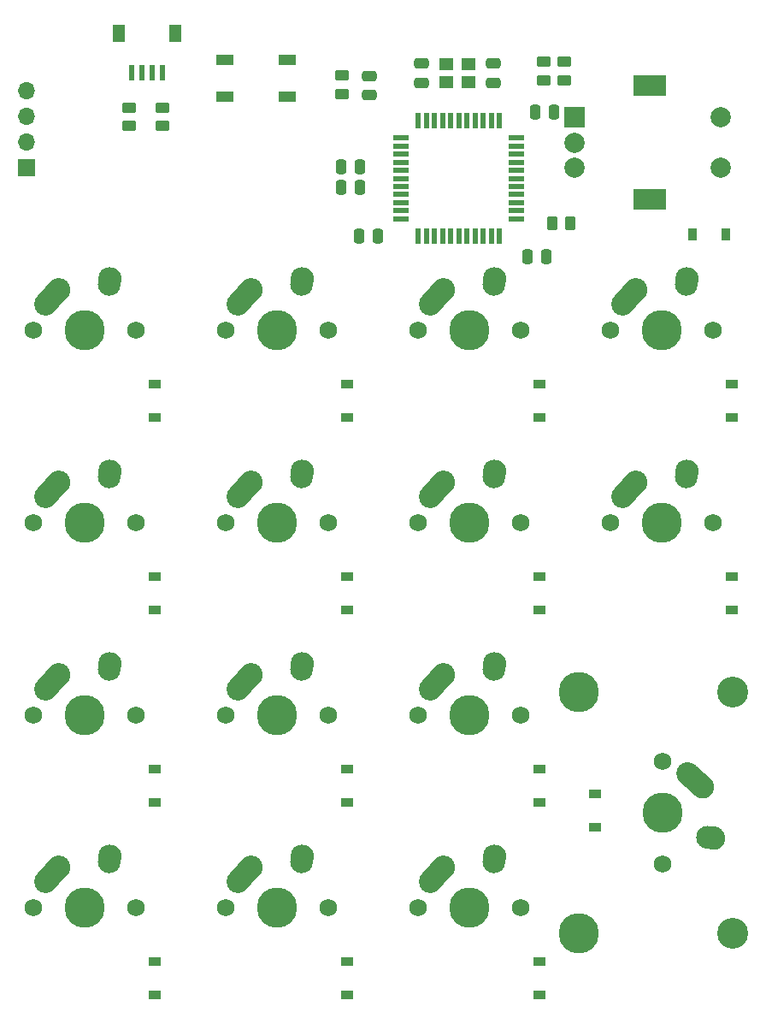
<source format=gbr>
%TF.GenerationSoftware,KiCad,Pcbnew,(6.0.10)*%
%TF.CreationDate,2023-08-07T13:11:34-04:00*%
%TF.ProjectId,NugMacro-Keypad,4e75674d-6163-4726-9f2d-4b6579706164,V3*%
%TF.SameCoordinates,Original*%
%TF.FileFunction,Soldermask,Bot*%
%TF.FilePolarity,Negative*%
%FSLAX46Y46*%
G04 Gerber Fmt 4.6, Leading zero omitted, Abs format (unit mm)*
G04 Created by KiCad (PCBNEW (6.0.10)) date 2023-08-07 13:11:34*
%MOMM*%
%LPD*%
G01*
G04 APERTURE LIST*
G04 Aperture macros list*
%AMRoundRect*
0 Rectangle with rounded corners*
0 $1 Rounding radius*
0 $2 $3 $4 $5 $6 $7 $8 $9 X,Y pos of 4 corners*
0 Add a 4 corners polygon primitive as box body*
4,1,4,$2,$3,$4,$5,$6,$7,$8,$9,$2,$3,0*
0 Add four circle primitives for the rounded corners*
1,1,$1+$1,$2,$3*
1,1,$1+$1,$4,$5*
1,1,$1+$1,$6,$7*
1,1,$1+$1,$8,$9*
0 Add four rect primitives between the rounded corners*
20,1,$1+$1,$2,$3,$4,$5,0*
20,1,$1+$1,$4,$5,$6,$7,0*
20,1,$1+$1,$6,$7,$8,$9,0*
20,1,$1+$1,$8,$9,$2,$3,0*%
%AMHorizOval*
0 Thick line with rounded ends*
0 $1 width*
0 $2 $3 position (X,Y) of the first rounded end (center of the circle)*
0 $4 $5 position (X,Y) of the second rounded end (center of the circle)*
0 Add line between two ends*
20,1,$1,$2,$3,$4,$5,0*
0 Add two circle primitives to create the rounded ends*
1,1,$1,$2,$3*
1,1,$1,$4,$5*%
G04 Aperture macros list end*
%ADD10C,3.987800*%
%ADD11C,1.750000*%
%ADD12HorizOval,2.250000X0.655001X0.730000X-0.655001X-0.730000X0*%
%ADD13C,2.250000*%
%ADD14HorizOval,2.250000X0.020000X0.290000X-0.020000X-0.290000X0*%
%ADD15R,2.000000X2.000000*%
%ADD16C,2.000000*%
%ADD17R,3.200000X2.000000*%
%ADD18C,3.048000*%
%ADD19HorizOval,2.250000X0.730000X-0.655001X-0.730000X0.655001X0*%
%ADD20HorizOval,2.250000X0.290000X-0.020000X-0.290000X0.020000X0*%
%ADD21R,1.700000X1.700000*%
%ADD22O,1.700000X1.700000*%
%ADD23RoundRect,0.250000X0.450000X-0.262500X0.450000X0.262500X-0.450000X0.262500X-0.450000X-0.262500X0*%
%ADD24R,1.200000X0.900000*%
%ADD25RoundRect,0.250000X0.475000X-0.250000X0.475000X0.250000X-0.475000X0.250000X-0.475000X-0.250000X0*%
%ADD26R,1.500000X0.550000*%
%ADD27R,0.550000X1.500000*%
%ADD28RoundRect,0.250000X0.262500X0.450000X-0.262500X0.450000X-0.262500X-0.450000X0.262500X-0.450000X0*%
%ADD29R,0.900000X1.200000*%
%ADD30R,1.200000X1.800000*%
%ADD31R,0.600000X1.550000*%
%ADD32RoundRect,0.250000X0.250000X0.475000X-0.250000X0.475000X-0.250000X-0.475000X0.250000X-0.475000X0*%
%ADD33RoundRect,0.250000X-0.450000X0.262500X-0.450000X-0.262500X0.450000X-0.262500X0.450000X0.262500X0*%
%ADD34R,1.800000X1.100000*%
%ADD35R,1.400000X1.200000*%
%ADD36RoundRect,0.250000X-0.475000X0.250000X-0.475000X-0.250000X0.475000X-0.250000X0.475000X0.250000X0*%
%ADD37RoundRect,0.250000X-0.250000X-0.475000X0.250000X-0.475000X0.250000X0.475000X-0.250000X0.475000X0*%
G04 APERTURE END LIST*
D10*
%TO.C,MX14*%
X171054435Y-92696400D03*
D11*
X176134435Y-92696400D03*
X165974435Y-92696400D03*
D12*
X167899436Y-89426400D03*
D13*
X168554435Y-88696400D03*
X173594435Y-87616400D03*
D14*
X173574435Y-87906400D03*
%TD*%
D11*
%TO.C,MX1*%
X118984365Y-73646400D03*
D10*
X113904365Y-73646400D03*
D11*
X108824365Y-73646400D03*
D13*
X111404365Y-69646400D03*
D12*
X110749366Y-70376400D03*
D13*
X116444365Y-68566400D03*
D14*
X116424365Y-68856400D03*
%TD*%
D11*
%TO.C,MX7*%
X127874335Y-111746500D03*
D10*
X132954335Y-111746500D03*
D11*
X138034335Y-111746500D03*
D13*
X130454335Y-107746500D03*
D12*
X129799336Y-108476500D03*
D13*
X135494335Y-106666500D03*
D14*
X135474335Y-106956500D03*
%TD*%
D11*
%TO.C,MX13*%
X165974435Y-73646400D03*
D10*
X171054435Y-73646400D03*
D11*
X176134435Y-73646400D03*
D13*
X168554435Y-69646400D03*
D12*
X167899436Y-70376400D03*
D13*
X173594435Y-68566400D03*
D14*
X173574435Y-68856400D03*
%TD*%
D10*
%TO.C,MX8*%
X132954335Y-130796540D03*
D11*
X138034335Y-130796540D03*
X127874335Y-130796540D03*
D13*
X130454335Y-126796540D03*
D12*
X129799336Y-127526540D03*
D14*
X135474335Y-126006540D03*
D13*
X135494335Y-125716540D03*
%TD*%
D11*
%TO.C,MX10*%
X157084435Y-92696400D03*
X146924435Y-92696400D03*
D10*
X152004435Y-92696400D03*
D12*
X148849436Y-89426400D03*
D13*
X149504435Y-88696400D03*
D14*
X154524435Y-87906400D03*
D13*
X154544435Y-87616400D03*
%TD*%
D11*
%TO.C,MX2*%
X108824365Y-92696400D03*
X118984365Y-92696400D03*
D10*
X113904365Y-92696400D03*
D12*
X110749366Y-89426400D03*
D13*
X111404365Y-88696400D03*
X116444365Y-87616400D03*
D14*
X116424365Y-87906400D03*
%TD*%
D10*
%TO.C,MX12*%
X152004435Y-130796540D03*
D11*
X146924435Y-130796540D03*
X157084435Y-130796540D03*
D12*
X148849436Y-127526540D03*
D13*
X149504435Y-126796540D03*
D14*
X154524435Y-126006540D03*
D13*
X154544435Y-125716540D03*
%TD*%
D11*
%TO.C,MX11*%
X146924435Y-111746500D03*
D10*
X152004435Y-111746500D03*
D11*
X157084435Y-111746500D03*
D13*
X149504435Y-107746500D03*
D12*
X148849436Y-108476500D03*
D14*
X154524435Y-106956500D03*
D13*
X154544435Y-106666500D03*
%TD*%
D15*
%TO.C,SW2*%
X162407400Y-52563470D03*
D16*
X162407400Y-57563470D03*
X162407400Y-55063470D03*
D17*
X169907400Y-49463470D03*
X169907400Y-60663470D03*
D16*
X176907400Y-57563470D03*
X176907400Y-52563470D03*
%TD*%
D18*
%TO.C,MX15*%
X178109850Y-133295470D03*
D10*
X171124850Y-121357470D03*
X162869850Y-133295470D03*
D11*
X171124850Y-126437470D03*
D18*
X178109850Y-109419470D03*
D10*
X162869850Y-109419470D03*
D11*
X171124850Y-116277470D03*
D19*
X174394850Y-118202471D03*
D13*
X175124850Y-118857470D03*
D20*
X175914850Y-123877470D03*
D13*
X176204850Y-123897470D03*
%TD*%
D11*
%TO.C,MX3*%
X108824365Y-111746500D03*
X118984365Y-111746500D03*
D10*
X113904365Y-111746500D03*
D13*
X111404365Y-107746500D03*
D12*
X110749366Y-108476500D03*
D13*
X116444365Y-106666500D03*
D14*
X116424365Y-106956500D03*
%TD*%
D11*
%TO.C,MX4*%
X118984365Y-130796540D03*
X108824365Y-130796540D03*
D10*
X113904365Y-130796540D03*
D12*
X110749366Y-127526540D03*
D13*
X111404365Y-126796540D03*
D14*
X116424365Y-126006540D03*
D13*
X116444365Y-125716540D03*
%TD*%
D21*
%TO.C,J3*%
X108204581Y-57575405D03*
D22*
X108204581Y-55035405D03*
X108204581Y-52495405D03*
X108204581Y-49955405D03*
%TD*%
D10*
%TO.C,MX6*%
X132954335Y-92696400D03*
D11*
X138034335Y-92696400D03*
X127874335Y-92696400D03*
D13*
X130454335Y-88696400D03*
D12*
X129799336Y-89426400D03*
D13*
X135494335Y-87616400D03*
D14*
X135474335Y-87906400D03*
%TD*%
D10*
%TO.C,MX5*%
X132954335Y-73646400D03*
D11*
X127874335Y-73646400D03*
X138034335Y-73646400D03*
D12*
X129799336Y-70376400D03*
D13*
X130454335Y-69646400D03*
X135494335Y-68566400D03*
D14*
X135474335Y-68856400D03*
%TD*%
D11*
%TO.C,MX9*%
X157084435Y-73646400D03*
D10*
X152004435Y-73646400D03*
D11*
X146924435Y-73646400D03*
D12*
X148849436Y-70376400D03*
D13*
X149504435Y-69646400D03*
X154544435Y-68566400D03*
D14*
X154524435Y-68856400D03*
%TD*%
D23*
%TO.C,R3*%
X121651400Y-53435970D03*
X121651400Y-51610970D03*
%TD*%
D24*
%TO.C,D3*%
X120904365Y-120396500D03*
X120904365Y-117096500D03*
%TD*%
%TO.C,D4*%
X120904365Y-139446540D03*
X120904365Y-136146540D03*
%TD*%
D25*
%TO.C,C4*%
X142098400Y-50359470D03*
X142098400Y-48459470D03*
%TD*%
D24*
%TO.C,D8*%
X139954000Y-139446140D03*
X139954000Y-136146140D03*
%TD*%
D26*
%TO.C,U1*%
X145288400Y-62619470D03*
X145288400Y-61819470D03*
X145288400Y-61019470D03*
X145288400Y-60219470D03*
X145288400Y-59419470D03*
X145288400Y-58619470D03*
X145288400Y-57819470D03*
X145288400Y-57019470D03*
X145288400Y-56219470D03*
X145288400Y-55419470D03*
X145288400Y-54619470D03*
D27*
X146988400Y-52919470D03*
X147788400Y-52919470D03*
X148588400Y-52919470D03*
X149388400Y-52919470D03*
X150188400Y-52919470D03*
X150988400Y-52919470D03*
X151788400Y-52919470D03*
X152588400Y-52919470D03*
X153388400Y-52919470D03*
X154188400Y-52919470D03*
X154988400Y-52919470D03*
D26*
X156688400Y-54619470D03*
X156688400Y-55419470D03*
X156688400Y-56219470D03*
X156688400Y-57019470D03*
X156688400Y-57819470D03*
X156688400Y-58619470D03*
X156688400Y-59419470D03*
X156688400Y-60219470D03*
X156688400Y-61019470D03*
X156688400Y-61819470D03*
X156688400Y-62619470D03*
D27*
X154988400Y-64319470D03*
X154188400Y-64319470D03*
X153388400Y-64319470D03*
X152588400Y-64319470D03*
X151788400Y-64319470D03*
X150988400Y-64319470D03*
X150188400Y-64319470D03*
X149388400Y-64319470D03*
X148588400Y-64319470D03*
X147788400Y-64319470D03*
X146988400Y-64319470D03*
%TD*%
D28*
%TO.C,R4*%
X162060900Y-63064470D03*
X160235900Y-63064470D03*
%TD*%
D23*
%TO.C,R2*%
X118349400Y-53435970D03*
X118349400Y-51610970D03*
%TD*%
D24*
%TO.C,D15*%
X164450400Y-122853470D03*
X164450400Y-119553470D03*
%TD*%
D29*
%TO.C,D16*%
X174103400Y-64153470D03*
X177403400Y-64153470D03*
%TD*%
D30*
%TO.C,J2*%
X117327400Y-44279470D03*
X122927400Y-44279470D03*
D31*
X118627400Y-48154470D03*
X119627400Y-48154470D03*
X120627400Y-48154470D03*
X121627400Y-48154470D03*
%TD*%
D32*
%TO.C,C3*%
X141209400Y-57476470D03*
X139309400Y-57476470D03*
%TD*%
D23*
%TO.C,R6*%
X159370400Y-48918470D03*
X159370400Y-47093470D03*
%TD*%
D24*
%TO.C,D14*%
X178054435Y-101346400D03*
X178054435Y-98046400D03*
%TD*%
%TO.C,D10*%
X159004000Y-101346000D03*
X159004000Y-98046000D03*
%TD*%
D33*
%TO.C,R1*%
X139431400Y-48435970D03*
X139431400Y-50260970D03*
%TD*%
D34*
%TO.C,SW1*%
X127822400Y-50563470D03*
X134022400Y-46863470D03*
X127822400Y-46863470D03*
X134022400Y-50563470D03*
%TD*%
D24*
%TO.C,D6*%
X139954000Y-101346000D03*
X139954000Y-98046000D03*
%TD*%
D25*
%TO.C,C1*%
X154417400Y-49155470D03*
X154417400Y-47255470D03*
%TD*%
D24*
%TO.C,D12*%
X159004000Y-139446140D03*
X159004000Y-136146140D03*
%TD*%
D35*
%TO.C,Y1*%
X151961400Y-49055470D03*
X149761400Y-49055470D03*
X149761400Y-47355470D03*
X151961400Y-47355470D03*
%TD*%
D36*
%TO.C,C2*%
X147305400Y-47255470D03*
X147305400Y-49155470D03*
%TD*%
D24*
%TO.C,D9*%
X159004435Y-82296400D03*
X159004435Y-78996400D03*
%TD*%
%TO.C,D11*%
X159004000Y-120396100D03*
X159004000Y-117096100D03*
%TD*%
%TO.C,D5*%
X139954335Y-82296400D03*
X139954335Y-78996400D03*
%TD*%
%TO.C,D1*%
X120904365Y-82296400D03*
X120904365Y-78996400D03*
%TD*%
D32*
%TO.C,C6*%
X141209400Y-59508470D03*
X139309400Y-59508470D03*
%TD*%
D37*
%TO.C,C8*%
X157785400Y-66366470D03*
X159685400Y-66366470D03*
%TD*%
D24*
%TO.C,D2*%
X120904365Y-101346400D03*
X120904365Y-98046400D03*
%TD*%
%TO.C,D7*%
X139954335Y-120396500D03*
X139954335Y-117096500D03*
%TD*%
D32*
%TO.C,C7*%
X142987400Y-64334470D03*
X141087400Y-64334470D03*
%TD*%
D23*
%TO.C,R5*%
X161402400Y-48918470D03*
X161402400Y-47093470D03*
%TD*%
D32*
%TO.C,C5*%
X160447400Y-52015470D03*
X158547400Y-52015470D03*
%TD*%
D24*
%TO.C,D13*%
X178054000Y-82296000D03*
X178054000Y-78996000D03*
%TD*%
M02*

</source>
